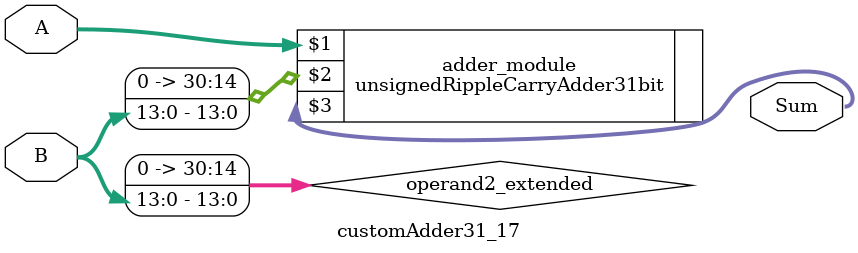
<source format=v>

module customAdder31_17(
                    input [30 : 0] A,
                    input [13 : 0] B,
                    
                    output [31 : 0] Sum
            );

    wire [30 : 0] operand2_extended;
    
    assign operand2_extended =  {17'b0, B};
    
    unsignedRippleCarryAdder31bit adder_module(
        A,
        operand2_extended,
        Sum
    );
    
endmodule
        
</source>
